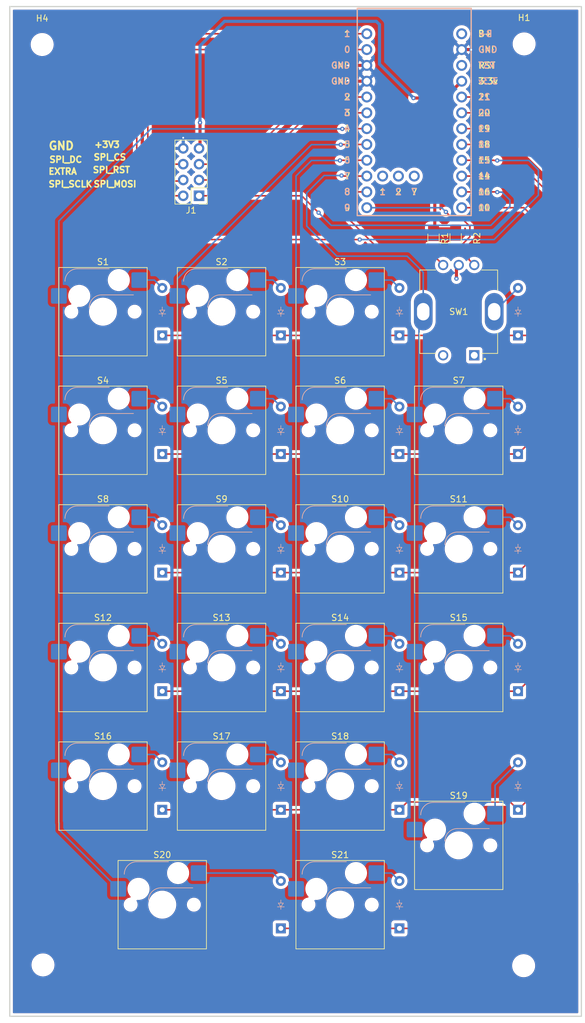
<source format=kicad_pcb>
(kicad_pcb (version 20240108) (generator "pcbnew") (generator_version "8.0")
  (layers (0 "F.Cu" signal) (31 "B.Cu" signal) (34 "B.Paste" user) (35 "F.Paste" user) (36 "B.SilkS" user "B.Silkscreen") (37 "F.SilkS" user "F.Silkscreen") (38 "B.Mask" user) (39 "F.Mask" user) (44 "Edge.Cuts" user))
  (net 0 "")
  (net 1 "/Row_0")
  (net 2 "Net-(D1-A)")
  (net 3 "Net-(D2-A)")
  (net 4 "Net-(D3-A)")
  (net 5 "/Row_1")
  (net 6 "Net-(D4-A)")
  (net 7 "Net-(D5-A)")
  (net 8 "Net-(D6-A)")
  (net 9 "Net-(D7-A)")
  (net 10 "Net-(D8-A)")
  (net 11 "/Row_2")
  (net 12 "Net-(D9-A)")
  (net 13 "Net-(D10-A)")
  (net 14 "Net-(D11-A)")
  (net 15 "Net-(D12-A)")
  (net 16 "/Row_3")
  (net 17 "Net-(D13-A)")
  (net 18 "Net-(D14-A)")
  (net 19 "Net-(D15-A)")
  (net 20 "Net-(D16-A)")
  (net 21 "/Row_4")
  (net 22 "Net-(D17-A)")
  (net 23 "Net-(D18-A)")
  (net 24 "Net-(D19-A)")
  (net 25 "Net-(D20-A)")
  (net 26 "/Row_5")
  (net 27 "Net-(D21-A)")
  (net 28 "Net-(D22-A)")
  (net 29 "/SPI_CS")
  (net 30 "/SPI_RST")
  (net 31 "/SPI_SCLK")
  (net 32 "/SPI_DC")
  (net 33 "/EXTRA")
  (net 34 "/SPI_MOSI")
  (net 35 "+3V3")
  (net 36 "GND")
  (net 37 "/RE_B")
  (net 38 "/RE_A")
  (net 39 "/Col_0")
  (net 40 "/Col_1")
  (net 41 "/Col_2")
  (net 42 "/Col_3")
  (footprint "ScottoKeebs_Hotswap:Hotswap_MX_1.00u" (layer "F.Cu") (at 111.91875 130.96875)
    (property "Reference" "S15")
    (property "Value" "Keyswitch")
  )
  (footprint "ScottoKeebs_Hotswap:Hotswap_MX_1.00u" (layer "F.Cu") (at 73.81875 111.91875)
    (property "Reference" "S9")
    (property "Value" "Keyswitch")
  )
  (footprint "ScottoKeebs_Hotswap:Hotswap_MX_1.00u" (layer "F.Cu") (at 92.86875 130.96875)
    (property "Reference" "S14")
    (property "Value" "Keyswitch")
  )
  (footprint "ScottoKeebs_Hotswap:Hotswap_MX_1.00u" (layer "F.Cu") (at 54.76875 130.96875)
    (property "Reference" "S12")
    (property "Value" "Keyswitch")
  )
  (footprint "Resistor_SMD:R_1206_3216Metric_Pad1.30x1.75mm_HandSolder" (layer "F.Cu") (at 111.428 62.006 90)
    (property "Reference" "R2")
    (property "Value" "10k")
  )
  (footprint "Resistor_SMD:R_1206_3216Metric_Pad1.30x1.75mm_HandSolder" (layer "F.Cu") (at 107.872 62.058 -90)
    (property "Reference" "R1")
    (property "Value" "10k")
  )
  (footprint "ScottoKeebs_Hotswap:Hotswap_MX_1.00u" (layer "F.Cu") (at 92.86875 169.06875)
    (property "Reference" "S21")
    (property "Value" "Keyswitch")
  )
  (footprint "ScottoKeebs_Hotswap:Hotswap_MX_1.00u" (layer "F.Cu") (at 111.91875 92.86875)
    (property "Reference" "S7")
    (property "Value" "Keyswitch")
  )
  (footprint "ScottoKeebs_Hotswap:Hotswap_MX_1.00u" (layer "F.Cu") (at 54.76875 73.81875)
    (property "Reference" "S1")
    (property "Value" "Keyswitch")
  )
  (footprint "ScottoKeebs_Hotswap:Hotswap_MX_1.00u" (layer "F.Cu") (at 92.86875 150.01875)
    (property "Reference" "S18")
    (property "Value" "Keyswitch")
  )
  (footprint "ScottoKeebs_Hotswap:Hotswap_MX_1.00u" (layer "F.Cu") (at 54.76875 111.91875)
    (property "Reference" "S8")
    (property "Value" "Keyswitch")
  )
  (footprint "ScottoKeebs_Hotswap:Hotswap_MX_1.00u" (layer "F.Cu") (at 111.91875 111.91875)
    (property "Reference" "S11")
    (property "Value" "Keyswitch")
  )
  (footprint "ScottoKeebs_Hotswap:Hotswap_MX_1.00u" (layer "F.Cu") (at 92.86875 73.81875)
    (property "Reference" "S3")
    (property "Value" "Keyswitch")
  )
  (footprint "ScottoKeebs_Hotswap:Hotswap_MX_1.00u" (layer "F.Cu") (at 73.81875 130.96875)
    (property "Reference" "S13")
    (property "Value" "Keyswitch")
  )
  (footprint "Library:XDCR_PEC11R-4215F-S0024" (layer "F.Cu") (at 111.91875 73.81875 180)
    (property "Reference" "SW1")
    (property "Value" "RotaryEncoder_Switch")
  )
  (footprint "MountingHole:MountingHole_3.2mm_M3" (layer "F.Cu") (at 45 30.9)
    (property "Reference" "H4")
    (property "Value" "MountingHole" (hide yes))
  )
  (footprint "ScottoKeebs_Hotswap:Hotswap_MX_1.00u" (layer "F.Cu") (at 92.86875 92.86875)
    (property "Reference" "S6")
    (property "Value" "Keyswitch")
  )
  (footprint "MountingHole:MountingHole_3.2mm_M3" (layer "F.Cu") (at 122.428 30.8)
    (property "Reference" "H1")
    (property "Value" "MountingHole" (hide yes))
  )
  (footprint "ScottoKeebs_Hotswap:Hotswap_MX_1.00u" (layer "F.Cu") (at 73.81875 150.01875)
    (property "Reference" "S17")
    (property "Value" "Keyswitch")
  )
  (footprint "Connector_PinHeader_2.54mm:PinHeader_2x04_P2.54mm_Vertical" (layer "F.Cu") (at 70.2 55.2 180)
    (property "Reference" "J1")
    (property "Value" "SPI")
  )
  (footprint "ScottoKeebs_Hotswap:Hotswap_MX_2.00u" (layer "F.Cu") (at 64.29375 169.06875)
    (property "Reference" "S20")
    (property "Value" "Keyswitch")
  )
  (footprint "ScottoKeebs_MCU:Nice_Nano_V2" (layer "F.Cu") (at 104.775 42.8625)
    (property "Reference" "U2" (hide yes))
    (property "Value" "Nice_Nano_V2" (hide yes))
  )
  (footprint "ScottoKeebs_Hotswap:Hotswap_MX_1.00u" (layer "F.Cu") (at 92.86875 111.91875)
    (property "Reference" "S10")
    (property "Value" "Keyswitch")
  )
  (footprint "ScottoKeebs_Hotswap:Hotswap_MX_1.00u" (layer "F.Cu") (at 54.76875 92.86875)
    (property "Reference" "S4")
    (property "Value" "Keyswitch")
  )
  (footprint "ScottoKeebs_Hotswap:Hotswap_MX_1.00u" (layer "F.Cu") (at 73.81875 92.86875)
    (property "Reference" "S5")
    (property "Value" "Keyswitch")
  )
  (footprint "ScottoKeebs_Hotswap:Hotswap_MX_1.00u" (layer "F.Cu") (at 73.81875 73.81875)
    (property "Reference" "S2")
    (property "Value" "Keyswitch")
  )
  (footprint "ScottoKeebs_Hotswap:Hotswap_MX_2.00u_90deg" (layer "F.Cu") (at 111.91875 159.54375)
    (property "Reference" "S19")
    (property "Value" "Keyswitch")
  )
  (footprint "ScottoKeebs_Hotswap:Hotswap_MX_1.00u" (layer "F.Cu") (at 54.76875 150.01875)
    (property "Reference" "S16")
    (property "Value" "Keyswitch")
  )
  (footprint "MountingHole:MountingHole_3.2mm_M3" (layer "F.Cu") (at 45.134 178.745)
    (property "Reference" "H3" (hide yes))
    (property "Value" "MountingHole" (hide yes))
  )
  (footprint "MountingHole:MountingHole_3.2mm_M3" (layer "F.Cu") (at 122.35 178.872)
    (property "Reference" "H2" (hide yes))
    (property "Value" "MountingHole" (hide yes))
  )
  (footprint "ScottoKeebs_Components:Diode_DO-35" (layer "B.Cu") (at 102.39375 96.67875 90)
    (property "Reference" "D6" (hide yes))
    (property "Value" "Diode" (hide yes))
  )
  (footprint "ScottoKeebs_Components:Diode_DO-35" (layer "B.Cu") (at 83.34375 134.77875 90)
    (property "Reference" "D13" (hide yes))
    (property "Value" "Diode" (hide yes))
  )
  (footprint "ScottoKeebs_Components:Diode_DO-35" (layer "B.Cu") (at 83.34375 115.72875 90)
    (property "Reference" "D9" (hide yes))
    (property "Value" "Diode" (hide yes))
  )
  (footprint "ScottoKeebs_Components:Diode_DO-35" (layer "B.Cu") (at 121.44375 115.72875 90)
    (property "Reference" "D11" (hide yes))
    (property "Value" "Diode" (hide yes))
  )
  (footprint "ScottoKeebs_Components:Diode_DO-35" (layer "B.Cu") (at 102.39375 172.87875 90)
    (property "Reference" "D21" (hide yes))
    (property "Value" "Diode" (hide yes))
  )
  (footprint "ScottoKeebs_Components:Diode_DO-35" (layer "B.Cu") (at 121.44375 96.67875 90)
    (property "Reference" "D7" (hide yes))
    (property "Value" "Diode" (hide yes))
  )
  (footprint "ScottoKeebs_Components:Diode_DO-35" (layer "B.Cu") (at 102.39375 77.62875 90)
    (property "Reference" "D3" (hide yes))
    (property "Value" "Diode" (hide yes))
  )
  (footprint "ScottoKeebs_Components:Diode_DO-35" (layer "B.Cu") (at 121.44375 77.62875 90)
    (property "Reference" "D22" (hide yes))
    (property "Value" "Diode" (hide yes))
  )
  (footprint "ScottoKeebs_Components:Diode_DO-35" (layer "B.Cu") (at 64.29375 115.72875 90)
    (property "Reference" "D8" (hide yes))
    (property "Value" "Diode" (hide yes))
  )
  (footprint "ScottoKeebs_Components:Diode_DO-35" (layer "B.Cu") (at 102.39375 153.82875 90)
    (property "Reference" "D18" (hide yes))
    (property "Value" "Diode" (hide yes))
  )
  (footprint "ScottoKeebs_Components:Diode_DO-35" (layer "B.Cu") (at 121.44375 134.77875 90)
    (property "Reference" "D15" (hide yes))
    (property "Value" "Diode" (hide yes))
  )
  (footprint "ScottoKeebs_Components:Diode_DO-35" (layer "B.Cu") (at 83.34375 77.62875 90)
    (property "Reference" "D2" (hide yes))
    (property "Value" "Diode" (hide yes))
  )
  (footprint "ScottoKeebs_Components:Diode_DO-35" (layer "B.Cu") (at 121.44375 153.82875 90)
    (property "Reference" "D19" (hide yes))
    (property "Value" "Diode" (hide yes))
  )
  (footprint "ScottoKeebs_Components:Diode_DO-35" (layer "B.Cu") (at 64.29375 134.77875 90)
    (property "Reference" "D12" (hide yes))
    (property "Value" "Diode" (hide yes))
  )
  (footprint "ScottoKeebs_Components:Diode_DO-35" (layer "B.Cu") (at 64.29375 153.82875 90)
    (property "Reference" "D16" (hide yes))
    (property "Value" "Diode" (hide yes))
  )
  (footprint "ScottoKeebs_Components:Diode_DO-35" (layer "B.Cu") (at 83.34375 172.87875 90)
    (property "Reference" "D20" (hide yes))
    (property "Value" "Diode" (hide yes))
  )
  (footprint "ScottoKeebs_Components:Diode_DO-35" (layer "B.Cu") (at 64.29375 96.67875 90)
    (property "Reference" "D4" (hide yes))
    (property "Value" "Diode" (hide yes))
  )
  (footprint "ScottoKeebs_Components:Diode_DO-35" (layer "B.Cu") (at 102.39375 115.72875 90)
    (property "Reference" "D10" (hide yes))
    (property "Value" "Diode" (hide yes))
  )
  (footprint "ScottoKeebs_Components:Diode_DO-35" (layer "B.Cu") (at 83.34375 153.82875 90)
    (property "Reference" "D17" (hide yes))
    (property "Value" "Diode" (hide yes))
  )
  (footprint "ScottoKeebs_Components:Diode_DO-35" (layer "B.Cu") (at 83.34375 96.67875 90)
    (property "Reference" "D5" (hide yes))
    (property "Value" "Diode" (hide yes))
  )
  (footprint "ScottoKeebs_Components:Diode_DO-35" (layer "B.Cu") (at 102.39375 134.77875 90)
    (property "Reference" "D14" (hide yes))
    (property "Value" "Diode" (hide yes))
  )
  (footprint "ScottoKeebs_Components:Diode_DO-35" (layer "B.Cu") (at 64.29375 77.62875 90)
    (property "Reference" "D1" (hide yes))
    (property "Value" "Diode" (hide yes))
  )
  (gr_rect (start 39.8 24.8) (end 131.626 187) (stroke (width 0.2)) (fill none) (layer "Edge.Cuts"))
  (gr_text "GND" (at 45.896 47.935 0) (layer "F.SilkS") (effects (font (size 1.3 1.3) (thickness 0.3) (bold yes)) (justify left bottom)))
  (gr_text "SPI_SCLK" (at 45.896 53.904 0) (layer "F.SilkS") (effects (font (size 1 1) (thickness 0.25) (bold yes)) (justify left bottom)))
  (gr_text "+3V3" (at 53.262 47.554 0) (layer "F.SilkS") (effects (font (size 1 1) (thickness 0.25) (bold yes)) (justify left bottom)))
  (gr_text "SPI_RST" (at 53.008 51.618 0) (layer "F.SilkS") (effects (font (size 1 1) (thickness 0.25) (bold yes)) (justify left bottom)))
  (gr_text "SPI_MOSI" (at 53.135 53.904 0) (layer "F.SilkS") (effects (font (size 1 1) (thickness 0.25) (bold yes)) (justify left bottom)))
  (gr_text "SPI_CS" (at 53.135 49.586 0) (layer "F.SilkS") (effects (font (size 1 1) (thickness 0.25) (bold yes)) (justify left bottom)))
  (gr_text "SPI_DC" (at 46.023 49.967 0) (layer "F.SilkS") (effects (font (size 1 1) (thickness 0.25) (bold yes)) (justify left bottom)))
  (gr_text "EXTRA" (at 45.896 51.872 0) (layer "F.SilkS") (effects (font (size 1 1) (thickness 0.25) (bold yes)) (justify left bottom)))
  (segment (start 111.555 66.6825) (end 111.91875 66.31875) (width 0.5) (layer "F.Cu") (net 0))
  (segment (start 111.555 68.509) (end 111.555 66.6825) (width 0.5) (layer "F.Cu") (net 0))
  (via (at 111.555 68.509) (size 0.7) (drill 0.3) (layers "F.Cu" "B.Cu") (net 0))
  (segment (start 124.714 76.2) (end 124.714 59.436) (width 0.25) (layer "F.Cu") (net 1))
  (segment (start 124.714 59.436) (end 122.3905 57.1125) (width 0.25) (layer "F.Cu") (net 1))
  (segment (start 102.39375 77.62875) (end 121.44375 77.62875) (width 0.25) (layer "F.Cu") (net 1))
  (segment (start 123.28525 77.62875) (end 124.714 76.2) (width 0.25) (layer "F.Cu") (net 1))
  (segment (start 83.34375 77.62875) (end 102.39375 77.62875) (width 0.25) (layer "F.Cu") (net 1))
  (segment (start 64.29375 77.62875) (end 83.34375 77.62875) (width 0.25) (layer "F.Cu") (net 1))
  (segment (start 122.3905 57.1125) (end 112.395 57.1125) (width 0.25) (layer "F.Cu") (net 1))
  (segment (start 121.44375 77.62875) (end 123.28525 77.62875) (width 0.25) (layer "F.Cu") (net 1))
  (segment (start 60.61075 68.73875) (end 63.02375 68.73875) (width 0.25) (layer "B.Cu") (net 2))
  (segment (start 63.02375 68.73875) (end 64.29375 70.00875) (width 0.25) (layer "B.Cu") (net 2))
  (segment (start 79.66075 68.73875) (end 82.07375 68.73875) (width 0.25) (layer "B.Cu") (net 3))
  (segment (start 82.07375 68.73875) (end 83.34375 70.00875) (width 0.25) (layer "B.Cu") (net 3))
  (segment (start 101.12375 68.73875) (end 102.39375 70.00875) (width 0.25) (layer "B.Cu") (net 4))
  (segment (start 98.71075 68.73875) (end 101.12375 68.73875) (width 0.25) (layer "B.Cu") (net 4))
  (segment (start 126.238 91.8845) (end 126.238 54.61) (width 0.25) (layer "F.Cu") (net 5))
  (segment (start 102.39375 96.67875) (end 121.44375 96.67875) (width 0.25) (layer "F.Cu") (net 5))
  (segment (start 123.6605 52.0325) (end 112.395 52.0325) (width 0.25) (layer "F.Cu") (net 5))
  (segment (start 64.29375 96.67875) (end 83.34375 96.67875) (width 0.25) (layer "F.Cu") (net 5))
  (segment (start 126.238 54.61) (end 123.6605 52.0325) (width 0.25) (layer "F.Cu") (net 5))
  (segment (start 83.34375 96.67875) (end 102.39375 96.67875) (width 0.25) (layer "F.Cu") (net 5))
  (segment (start 121.44375 96.67875) (end 126.238 91.8845) (width 0.25) (layer "F.Cu") (net 5))
  (segment (start 60.61075 87.78875) (end 63.02375 87.78875) (width 0.25) (layer "B.Cu") (net 6))
  (segment (start 63.02375 87.78875) (end 64.29375 89.05875) (width 0.25) (layer "B.Cu") (net 6))
  (segment (start 79.66075 87.78875) (end 82.07375 87.78875) (width 0.25) (layer "B.Cu") (net 7))
  (segment (start 82.07375 87.78875) (end 83.34375 89.05875) (width 0.25) (layer "B.Cu") (net 7))
  (segment (start 98.71075 87.78875) (end 101.12375 87.78875) (width 0.25) (layer "B.Cu") (net 8))
  (segment (start 101.12375 87.78875) (end 102.39375 89.05875) (width 0.25) (layer "B.Cu") (net 8))
  (segment (start 120.17375 87.78875) (end 121.44375 89.05875) (width 0.25) (layer "B.Cu") (net 9))
  (segment (start 117.76075 87.78875) (end 120.17375 87.78875) (width 0.25) (layer "B.Cu") (net 9))
  (segment (start 63.02375 106.83875) (end 64.29375 108.10875) (width 0.25) (layer "B.Cu") (net 10))
  (segment (start 60.61075 106.83875) (end 63.02375 106.83875) (width 0.25) (layer "B.Cu") (net 10))
  (segment (start 127.254 52.324) (end 121.8825 46.9525) (width 0.25) (layer "F.Cu") (net 11))
  (segment (start 127.254 109.9185) (end 127.254 52.324) (width 0.25) (layer "F.Cu") (net 11))
  (segment (start 64.29375 115.72875) (end 83.34375 115.72875) (width 0.25) (layer "F.Cu") (net 11))
  (segment (start 121.8825 46.9525) (end 112.395 46.9525) (width 0.25) (layer "F.Cu") (net 11))
  (segment (start 121.44375 115.72875) (end 127.254 109.9185) (width 0.25) (layer "F.Cu") (net 11))
  (segment (start 102.39375 115.72875) (end 121.44375 115.72875) (width 0.25) (layer "F.Cu") (net 11))
  (segment (start 83.34375 115.72875) (end 102.39375 115.72875) (width 0.25) (layer "F.Cu") (net 11))
  (segment (start 82.07375 106.83875) (end 83.34375 108.10875) (width 0.25) (layer "B.Cu") (net 12))
  (segment (start 79.66075 106.83875) (end 82.07375 106.83875) (width 0.25) (layer "B.Cu") (net 12))
  (segment (start 101.12375 106.83875) (end 102.39375 108.10875) (width 0.25) (layer "B.Cu") (net 13))
  (segment (start 98.71075 106.83875) (end 101.12375 106.83875) (width 0.25) (layer "B.Cu") (net 13))
  (segment (start 120.17375 106.83875) (end 121.44375 108.10875) (width 0.25) (layer "B.Cu") (net 14))
  (segment (start 117.76075 106.83875) (end 120.17375 106.83875) (width 0.25) (layer "B.Cu") (net 14))
  (segment (start 60.61075 125.88875) (end 63.02375 125.88875) (width 0.25) (layer "B.Cu") (net 15))
  (segment (start 63.02375 125.88875) (end 64.29375 127.15875) (width 0.25) (layer "B.Cu") (net 15))
  (segment (start 128.27 127.9525) (end 128.27 50.292) (width 0.25) (layer "F.Cu") (net 16))
  (segment (start 128.27 50.292) (end 122.3905 44.4125) (width 0.25) (layer "F.Cu") (net 16))
  (segment (start 64.29375 134.77875) (end 83.34375 134.77875) (width 0.25) (layer "F.Cu") (net 16))
  (segment (start 122.3905 44.4125) (end 112.395 44.4125) (width 0.25) (layer "F.Cu") (net 16))
  (segment (start 121.44375 134.77875) (end 128.27 127.9525) (width 0.25) (layer "F.Cu") (net 16))
  (segment (start 83.34375 134.77875) (end 102.39375 134.77875) (width 0.25) (layer "F.Cu") (net 16))
  (segment (start 102.39375 134.77875) (end 121.44375 134.77875) (width 0.25) (layer "F.Cu") (net 16))
  (segment (start 79.66075 125.88875) (end 82.07375 125.88875) (width 0.25) (layer "B.Cu") (net 17))
  (segment (start 82.07375 125.88875) (end 83.34375 127.15875) (width 0.25) (layer "B.Cu") (net 17))
  (segment (start 98.71075 125.88875) (end 101.12375 125.88875) (width 0.25) (layer "B.Cu") (net 18))
  (segment (start 101.12375 125.88875) (end 102.39375 127.15875) (width 0.25) (layer "B.Cu") (net 18))
  (segment (start 120.17375 125.88875) (end 121.44375 127.15875) (width 0.25) (layer "B.Cu") (net 19))
  (segment (start 117.76075 125.88875) (end 120.17375 125.88875) (width 0.25) (layer "B.Cu") (net 19))
  (segment (start 63.02375 144.93875) (end 64.29375 146.20875) (width 0.25) (layer "B.Cu") (net 20))
  (segment (start 60.61075 144.93875) (end 63.02375 144.93875) (width 0.25) (layer "B.Cu") (net 20))
  (segment (start 129.286 145.9865) (end 129.286 49.276) (width 0.25) (layer "F.Cu") (net 21))
  (segment (start 121.44375 153.82875) (end 129.286 145.9865) (width 0.25) (layer "F.Cu") (net 21))
  (segment (start 129.286 49.276) (end 121.8825 41.8725) (width 0.25) (layer "F.Cu") (net 21))
  (segment (start 83.34375 153.82875) (end 102.39375 153.82875) (width 0.25) (layer "F.Cu") (net 21))
  (segment (start 64.29375 153.82875) (end 83.34375 153.82875) (width 0.25) (layer "F.Cu") (net 21))
  (segment (start 121.8825 41.8725) (end 112.395 41.8725) (width 0.25) (layer "F.Cu") (net 21))
  (segment (start 103.65875 152.56375) (end 120.17875 152.56375) (width 0.25) (layer "F.Cu") (net 21))
  (segment (start 102.39375 153.82875) (end 103.65875 152.56375) (width 0.25) (layer "F.Cu") (net 21))
  (segment (start 120.17875 152.56375) (end 121.44375 153.82875) (width 0.25) (layer "F.Cu") (net 21))
  (segment (start 79.66075 144.93875) (end 82.07375 144.93875) (width 0.25) (layer "B.Cu") (net 22))
  (segment (start 82.07375 144.93875) (end 83.34375 146.20875) (width 0.25) (layer "B.Cu") (net 22))
  (segment (start 101.12375 144.93875) (end 102.39375 146.20875) (width 0.25) (layer "B.Cu") (net 23))
  (segment (start 98.71075 144.93875) (end 101.12375 144.93875) (width 0.25) (layer "B.Cu") (net 23))
  (segment (start 117.76075 154.46375) (end 117.76075 149.89175) (width 0.25) (layer "B.Cu") (net 24))
  (segment (start 117.76075 149.89175) (end 121.44375 146.20875) (width 0.25) (layer "B.Cu") (net 24))
  (segment (start 70.13575 163.98875) (end 82.07375 163.98875) (width 0.25) (layer "B.Cu") (net 25))
  (segment (start 82.07375 163.98875) (end 83.34375 165.25875) (width 0.25) (layer "B.Cu") (net 25))
  (segment (start 102.39375 172.87875) (end 122.77725 172.87875) (width 0.25) (layer "F.Cu") (net 26))
  (segment (start 83.34375 172.87875) (end 102.39375 172.87875) (width 0.25) (layer "F.Cu") (net 26))
  (segment (start 130.302 165.354) (end 130.302 47.752) (width 0.25) (layer "F.Cu") (net 26))
  (segment (start 130.302 47.752) (end 121.8825 39.3325) (width 0.25) (layer "F.Cu") (net 26))
  (segment (start 121.8825 39.3325) (end 112.395 39.3325) (width 0.25) (layer "F.Cu") (net 26))
  (segment (start 122.77725 172.87875) (end 130.302 165.354) (width 0.25) (layer "F.Cu") (net 26))
  (segment (start 98.71075 163.98875) (end 101.12375 163.98875) (width 0.25) (layer "B.Cu") (net 27))
  (segment (start 101.12375 163.98875) (end 102.39375 165.25875) (width 0.25) (layer "B.Cu") (net 27))
  (segment (start 117.61875 73.81875) (end 117.63375 73.81875) (width 0.25) (layer "F.Cu") (net 28))
  (segment (start 117.61875 73.81875) (end 117.63375 73.81875) (width 0.25) (layer "B.Cu") (net 28))
  (segment (start 117.63375 73.81875) (end 121.44375 70.00875) (width 0.25) (layer "B.Cu") (net 28))
  (segment (start 76.753 50.12) (end 87.5405 39.3325) (width 0.25) (layer "F.Cu") (net 29))
  (segment (start 70.2 50.12) (end 76.753 50.12) (width 0.25) (layer "F.Cu") (net 29))
  (segment (start 87.5405 39.3325) (end 97.155 39.3325) (width 0.25) (layer "F.Cu") (net 29))
  (segment (start 77.261 52.66) (end 88.0485 41.8725) (width 0.25) (layer "F.Cu") (net 30))
  (segment (start 88.0485 41.8725) (end 97.155 41.8725) (width 0.25) (layer "F.Cu") (net 30))
  (segment (start 70.2 52.66) (end 77.261 52.66) (width 0.25) (layer "F.Cu") (net 30))
  (segment (start 68.58 62.23) (end 96.012 62.23) (width 0.25) (layer "F.Cu") (net 31))
  (segment (start 118.11 49.53) (end 117.602 49.53) (width 0.25) (layer "F.Cu") (net 31))
  (segment (start 117.5645 49.4925) (end 112.395 49.4925) (width 0.25) (layer "F.Cu") (net 31))
  (segment (start 67.66 55.2) (end 65.45 55.2) (width 0.25) (layer "F.Cu") (net 31))
  (segment (start 117.602 49.53) (end 117.5645 49.4925) (width 0.25) (layer "F.Cu") (net 31))
  (segment (start 67.056 60.706) (end 68.58 62.23) (width 0.25) (layer "F.Cu") (net 31))
  (segment (start 64.262 56.388) (end 64.262 57.912) (width 0.25) (layer "F.Cu") (net 31))
  (segment (start 64.262 57.912) (end 67.056 60.706) (width 0.25) (layer "F.Cu") (net 31))
  (segment (start 65.45 55.2) (end 64.262 56.388) (width 0.25) (layer "F.Cu") (net 31))
  (via (at 96.012 62.23) (size 0.7) (drill 0.3) (layers "F.Cu" "B.Cu") (net 31))
  (via (at 118.11 49.53) (size 0.7) (drill 0.3) (layers "F.Cu" "B.Cu") (net 31))
  (segment (start 96.012 62.23) (end 117.602 62.23) (width 0.25) (layer "B.Cu") (net 31))
  (segment (start 124.714 51.054) (end 123.19 49.53) (width 0.25) (layer "B.Cu") (net 31))
  (segment (start 117.602 62.23) (end 124.206 55.626) (width 0.25) (layer "B.Cu") (net 31))
  (segment (start 123.19 49.53) (end 118.11 49.53) (width 0.25) (layer "B.Cu") (net 31))
  (segment (start 124.206 55.626) (end 124.714 55.118) (width 0.25) (layer "B.Cu") (net 31))
  (segment (start 124.714 55.118) (end 124.714 51.054) (width 0.25) (layer "B.Cu") (net 31))
  (segment (start 67.66 50.12) (end 64.09 50.12) (width 0.25) (layer "F.Cu") (net 32))
  (segment (start 61.976 48.006) (end 61.976 38.354) (width 0.25) (layer "F.Cu") (net 32))
  (segment (start 68.6175 31.7125) (end 97.155 31.7125) (width 0.25) (layer "F.Cu") (net 32))
  (segment (start 64.09 50.12) (end 61.976 48.006) (width 0.25) (layer "F.Cu") (net 32))
  (segment (start 61.976 38.354) (end 68.6175 31.7125) (width 0.25) (layer "F.Cu") (net 32))
  (segment (start 62.738 52.832) (end 60.198 50.292) (width 0.25) (layer "F.Cu") (net 33))
  (segment (start 67.8555 29.1725) (end 97.155 29.1725) (width 0.25) (layer "F.Cu") (net 33))
  (segment (start 67.66 52.66) (end 67.488 52.832) (width 0.25) (layer "F.Cu") (net 33))
  (segment (start 60.198 50.292) (end 60.198 36.83) (width 0.25) (layer "F.Cu") (net 33))
  (segment (start 67.488 52.832) (end 62.738 52.832) (width 0.25) (layer "F.Cu") (net 33))
  (segment (start 60.198 36.83) (end 67.8555 29.1725) (width 0.25) (layer "F.Cu") (net 33))
  (segment (start 88.9 57.404) (end 89.408 57.912) (width 0.25) (layer "F.Cu") (net 34))
  (segment (start 118.0725 54.5725) (end 112.395 54.5725) (width 0.25) (layer "F.Cu") (net 34))
  (segment (start 86.696 55.2) (end 88.9 57.404) (width 0.25) (layer "F.Cu") (net 34))
  (segment (start 118.11 54.61) (end 118.0725 54.5725) (width 0.25) (layer "F.Cu") (net 34))
  (segment (start 70.2 55.2) (end 86.696 55.2) (width 0.25) (layer "F.Cu") (net 34))
  (via (at 118.11 54.61) (size 0.7) (drill 0.3) (layers "F.Cu" "B.Cu") (net 34))
  (via (at 89.408 57.912) (size 0.7) (drill 0.3) (layers "F.Cu" "B.Cu") (net 34))
  (segment (start 117.094 59.944) (end 120.142 56.896) (width 0.25) (layer "B.Cu") (net 34))
  (segment (start 118.872 54.61) (end 118.11 54.61) (width 0.25) (layer "B.Cu") (net 34))
  (segment (start 89.408 57.912) (end 91.44 59.944) (width 0.25) (layer "B.Cu") (net 34))
  (segment (start 120.142 55.88) (end 119.38 55.118) (width 0.25) (layer "B.Cu") (net 34))
  (segment (start 115.824 59.944) (end 117.094 59.944) (width 0.25) (layer "B.Cu") (net 34))
  (segment (start 119.38 55.118) (end 118.872 54.61) (width 0.25) (layer "B.Cu") (net 34))
  (segment (start 91.44 59.944) (end 115.824 59.944) (width 0.25) (layer "B.Cu") (net 34))
  (segment (start 120.142 56.896) (end 120.142 55.88) (width 0.25) (layer "B.Cu") (net 34))
  (segment (start 108.077 60.508) (end 111.174 60.508) (width 0.5) (layer "F.Cu") (net 35))
  (segment (start 70.358 43.434) (end 70.358 47.422) (width 0.5) (layer "F.Cu") (net 35))
  (segment (start 108.077 41.1105) (end 108.077 60.508) (width 0.5) (layer "F.Cu") (net 35))
  (segment (start 112.395 36.7925) (end 109.6905 39.497) (width 0.5) (layer "F.Cu") (net 35))
  (segment (start 112.395 36.7925) (end 108.077 41.1105) (width 0.5) (layer "F.Cu") (net 35))
  (segment (start 70.358 47.422) (end 70.2 47.58) (width 0.5) (layer "F.Cu") (net 35))
  (segment (start 109.6905 39.497) (end 104.648 39.497) (width 0.5) (layer "F.Cu") (net 35))
  (via (at 104.648 39.497) (size 0.7) (drill 0.3) (layers "F.Cu" "B.Cu") (net 35))
  (via (at 70.358 43.434) (size 0.7) (drill 0.3) (layers "F.Cu" "B.Cu") (net 35))
  (segment (start 73.787 27.686) (end 70.358 31.115) (width 0.5) (layer "B.Cu") (net 35))
  (segment (start 74.295 27.178) (end 73.787 27.686) (width 0.5) (layer "B.Cu") (net 35))
  (segment (start 104.648 39.497) (end 99.187 34.036) (width 0.5) (layer "B.Cu") (net 35))
  (segment (start 98.679 27.178) (end 80.264 27.178) (width 0.5) (layer "B.Cu") (net 35))
  (segment (start 99.187 27.686) (end 98.679 27.178) (width 0.5) (layer "B.Cu") (net 35))
  (segment (start 80.264 27.178) (end 74.295 27.178) (width 0.5) (layer "B.Cu") (net 35))
  (segment (start 70.358 31.115) (end 70.358 43.434) (width 0.5) (layer "B.Cu") (net 35))
  (segment (start 99.187 34.036) (end 99.187 27.686) (width 0.5) (layer "B.Cu") (net 35))
  (segment (start 113.8815 31.7125) (end 113.919 31.75) (width 0.5) (layer "F.Cu") (net 36))
  (segment (start 97.155 36.7925) (end 94.1965 36.7925) (width 0.5) (layer "F.Cu") (net 36))
  (segment (start 94.1965 36.7925) (end 94.107 36.703) (width 0.5) (layer "F.Cu") (net 36))
  (segment (start 94.107 34.29) (end 94.1445 34.2525) (width 0.5) (layer "F.Cu") (net 36))
  (segment (start 112.395 31.7125) (end 113.8815 31.7125) (width 0.5) (layer "F.Cu") (net 36))
  (segment (start 97.155 34.2525) (end 94.1445 34.2525) (width 0.5) (layer "F.Cu") (net 36))
  (via (at 113.919 31.75) (size 0.7) (drill 0.3) (layers "F.Cu" "B.Cu") (net 36))
  (via (at 94.107 36.703) (size 0.7) (drill 0.3) (layers "F.Cu" "B.Cu") (net 36))
  (via (at 94.1445 34.2525) (size 0.7) (drill 0.3) (layers "F.Cu" "B.Cu") (net 36))
  (via (at 67.66 45.878) (size 0.7) (drill 0.3) (layers "F.Cu" "B.Cu") (net 36))
  (segment (start 67.691 45.847) (end 67.66 45.878) (width 0.5) (layer "B.Cu") (net 36))
  (segment (start 113.919 31.75) (end 114.046 31.877) (width 0.5) (layer "B.Cu") (net 36))
  (segment (start 67.66 47.58) (end 67.66 45.878) (width 0.5) (layer "B.Cu") (net 36))
  (segment (start 109.41875 66.31875) (end 108.11 65.01) (width 0.25) (layer "F.Cu") (net 37))
  (segment (start 108.077 63.502) (end 98.808 63.502) (width 0.25) (layer "F.Cu") (net 37))
  (segment (start 108.11 65.01) (end 108.11 63.4) (width 0.25) (layer "F.Cu") (net 37))
  (segment (start 94.0175 54.5725) (end 97.155 54.5725) (width 0.25) (layer "F.Cu") (net 37))
  (segment (start 98.808 63.502) (end 92.964 57.658) (width 0.25) (layer "F.Cu") (net 37))
  (segment (start 92.964 55.626) (end 94.0175 54.5725) (width 0.25) (layer "F.Cu") (net 37))
  (segment (start 92.964 57.658) (end 92.964 55.626) (width 0.25) (layer "F.Cu") (net 37))
  (segment (start 110.927 58.857) (end 109.855 57.785) (width 0.25) (layer "F.Cu") (net 38))
  (segment (start 112.952 63.556) (end 111.428 63.556) (width 0.25) (layer "F.Cu") (net 38))
  (segment (start 114.41875 66.31875) (end 113.587 65.487) (width 0.25) (layer "F.Cu") (net 38))
  (segment (start 111.428 63.556) (end 111.936 63.556) (width 0.25) (layer "F.Cu") (net 38))
  (segment (start 112.444 58.857) (end 110.927 58.857) (width 0.25) (layer "F.Cu") (net 38))
  (segment (start 113.714 61.778) (end 113.714 60.127) (width 0.25) (layer "F.Cu") (net 38))
  (segment (start 113.587 65.487) (end 113.587 64.191) (width 0.25) (layer "F.Cu") (net 38))
  (segment (start 113.714 60.127) (end 112.444 58.857) (width 0.25) (layer "F.Cu") (net 38))
  (segment (start 111.936 63.556) (end 113.714 61.778) (width 0.25) (layer "F.Cu") (net 38))
  (segment (start 113.587 64.191) (end 112.952 63.556) (width 0.25) (layer "F.Cu") (net 38))
  (via (at 109.855 57.785) (size 0.7) (drill 0.3) (layers "F.Cu" "B.Cu") (net 38))
  (segment (start 109.855 57.785) (end 109.1825 57.1125) (width 0.25) (layer "B.Cu") (net 38))
  (segment (start 109.1825 57.1125) (end 97.155 57.1125) (width 0.25) (layer "B.Cu") (net 38))
  (segment (start 93.218 44.45) (end 93.726 44.45) (width 0.25) (layer "F.Cu") (net 39))
  (segment (start 93.7635 44.4125) (end 97.155 44.4125) (width 0.25) (layer "F.Cu") (net 39))
  (segment (start 93.726 44.45) (end 93.7635 44.4125) (width 0.25) (layer "F.Cu") (net 39))
  (via (at 93.218 44.45) (size 0.7) (drill 0.3) (layers "F.Cu" "B.Cu") (net 39))
  (segment (start 47.68375 128.42875) (end 47.68375 109.37875) (width 0.25) (layer "B.Cu") (net 39))
  (segment (start 61.722 45.212) (end 62.484 44.45) (width 0.25) (layer "B.Cu") (net 39))
  (segment (start 47.68375 147.47875) (end 47.68375 128.42875) (width 0.25) (layer "B.Cu") (net 39))
  (segment (start 47.68375 59.25025) (end 61.722 45.212) (width 0.25) (layer "B.Cu") (net 39))
  (segment (start 47.68375 90.32875) (end 47.68375 71.27875) (width 0.25) (layer "B.Cu") (net 39))
  (segment (start 47.68375 109.37875) (end 47.68375 90.32875) (width 0.25) (layer "B.Cu") (net 39))
  (segment (start 47.68375 155.88775) (end 47.68375 147.47875) (width 0.25) (layer "B.Cu") (net 39))
  (segment (start 62.484 44.45) (end 93.218 44.45) (width 0.25) (layer "B.Cu") (net 39))
  (segment (start 47.752 155.956) (end 47.68375 155.88775) (width 0.25) (layer "B.Cu") (net 39))
  (segment (start 47.752 157.072) (end 47.752 155.956) (width 0.25) (layer "B.Cu") (net 39))
  (segment (start 47.68375 71.27875) (end 47.68375 59.25025) (width 0.25) (layer "B.Cu") (net 39))
  (segment (start 57.20875 166.52875) (end 47.752 157.072) (width 0.25) (layer "B.Cu") (net 39))
  (segment (start 92.964 46.99) (end 93.0015 46.9525) (width 0.25) (layer "F.Cu") (net 40))
  (segment (start 93.0015 46.9525) (end 97.155 46.9525) (width 0.25) (layer "F.Cu") (net 40))
  (via (at 92.964 46.99) (size 0.7) (drill 0.3) (layers "F.Cu" "B.Cu") (net 40))
  (segment (start 66.73375 147.47875) (end 66.73375 128.42875) (width 0.25) (layer "B.Cu") (net 40))
  (segment (start 66.73375 71.27875) (end 66.73375 68.52125) (width 0.25) (layer "B.Cu") (net 40))
  (segment (start 66.73375 128.42875) (end 66.73375 109.37875) (width 0.25) (layer "B.Cu") (net 40))
  (segment (start 66.73375 68.52125) (end 87.884 47.371) (width 0.25) (layer "B.Cu") (net 40))
  (segment (start 88.265 46.99) (end 92.964 46.99) (width 0.25) (layer "B.Cu") (net 40))
  (segment (start 66.73375 109.37875) (end 66.73375 90.32875) (width 0.25) (layer "B.Cu") (net 40))
  (segment (start 87.884 47.371) (end 88.265 46.99) (width 0.25) (layer "B.Cu") (net 40))
  (segment (start 66.73375 90.32875) (end 66.73375 71.27875) (width 0.25) (layer "B.Cu") (net 40))
  (segment (start 92.837 49.53) (end 92.8745 49.4925) (width 0.25) (layer "F.Cu") (net 41))
  (segment (start 92.8745 49.4925) (end 97.155 49.4925) (width 0.25) (layer "F.Cu") (net 41))
  (via (at 92.837 49.53) (size 0.7) (drill 0.3) (layers "F.Cu" "B.Cu") (net 41))
  (segment (start 88.265 49.53) (end 92.837 49.53) (width 0.25) (layer "B.Cu") (net 41))
  (segment (start 85.78375 109.37875) (end 85.78375 128.42875) (width 0.25) (layer "B.Cu") (net 41))
  (segment (start 85.78375 71.27875) (end 85.78375 90.32875) (width 0.25) (layer "B.Cu") (net 41))
  (segment (start 85.78375 52.01125) (end 88.265 49.53) (width 0.25) (layer "B.Cu") (net 41))
  (segment (start 85.78375 147.47875) (end 85.78375 166.52875) (width 0.25) (layer "B.Cu") (net 41))
  (segment (start 85.78375 71.27875) (end 85.78375 52.01125) (width 0.25) (layer "B.Cu") (net 41))
  (segment (start 85.78375 128.42875) (end 85.78375 147.47875) (width 0.25) (layer "B.Cu") (net 41))
  (segment (start 85.78375 90.32875) (end 85.78375 109.37875) (width 0.25) (layer "B.Cu") (net 41))
  (segment (start 93.091 51.943) (end 93.1805 52.0325) (width 0.25) (layer "F.Cu") (net 42))
  (segment (start 93.1805 52.0325) (end 97.155 52.0325) (width 0.25) (layer "F.Cu") (net 42))
  (via (at 93.091 51.943) (size 0.7) (drill 0.3) (layers "F.Cu" "B.Cu") (net 42))
  (segment (start 104.83375 157.00375) (end 104.83375 128.42875) (width 0.25) (layer "B.Cu") (net 42))
  (segment (start 104.83375 90.32875) (end 105.537 89.6255) (width 0.25) (layer "B.Cu") (net 42))
  (segment (start 87.503 60.071) (end 87.503 54.737) (width 0.25) (layer "B.Cu") (net 42))
  (segment (start 103.632 64.897) (end 92.329 64.897) (width 0.25) (layer "B.Cu") (net 42))
  (segment (start 87.503 54.737) (end 90.297 51.943) (width 0.25) (layer "B.Cu") (net 42))
  (segment (start 105.537 89.6255) (end 105.537 74.5005) (width 0.25) (layer "B.Cu") (net 42))
  (segment (start 92.329 64.897) (end 87.503 60.071) (width 0.25) (layer "B.Cu") (net 42))
  (segment (start 106.21875 67.48375) (end 103.632 64.897) (width 0.25) (layer "B.Cu") (net 42))
  (segment (start 105.537 74.5005) (end 106.21875 73.81875) (width 0.25) (layer "B.Cu") (net 42))
  (segment (start 90.297 51.943) (end 93.091 51.943) (width 0.25) (layer "B.Cu") (net 42))
  (segment (start 106.21875 73.81875) (end 106.21875 67.48375) (width 0.25) (layer "B.Cu") (net 42))
  (segment (start 104.83375 128.42875) (end 104.83375 109.37875) (width 0.25) (layer "B.Cu") (net 42))
  (segment (start 104.83375 109.37875) (end 104.83375 90.32875) (width 0.25) (layer "B.Cu") (net 42))
  (zone (net 36) (net_name "GND") (layers "F&B.Cu") (connect_pads (clearance 0.5)) (min_thickness 0.25) (fill yes (thermal_gap 0.5) (thermal_bridge_width 0.5) (island_removal_mode 1) (island_area_min 10))
    (polygon (pts (xy 38.227 23.749) (xy 132.206706 24.257) (xy 131.952706 187.706) (xy 38.353706 188.087) (xy 38.226706 23.749)))
  )
)
</source>
